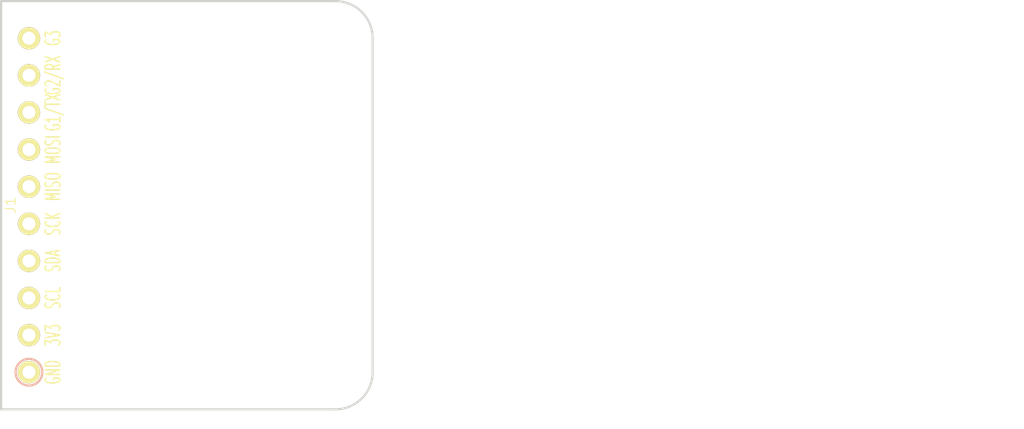
<source format=kicad_pcb>
(kicad_pcb (version 4) (host pcbnew 0.201507310902+6023~28~ubuntu14.04.1-product)

  (general
    (links 0)
    (no_connects 0)
    (area 101.524999 98.984999 127.075001 127.075001)
    (thickness 1.6)
    (drawings 14)
    (tracks 0)
    (zones 0)
    (modules 1)
    (nets 11)
  )

  (page A4)
  (layers
    (0 F.Cu signal)
    (31 B.Cu signal)
    (32 B.Adhes user)
    (33 F.Adhes user)
    (34 B.Paste user)
    (35 F.Paste user)
    (36 B.SilkS user)
    (37 F.SilkS user)
    (38 B.Mask user)
    (39 F.Mask user)
    (40 Dwgs.User user)
    (41 Cmts.User user)
    (42 Eco1.User user)
    (43 Eco2.User user)
    (44 Edge.Cuts user)
    (45 Margin user)
    (46 B.CrtYd user)
    (47 F.CrtYd user)
    (48 B.Fab user)
    (49 F.Fab user)
  )

  (setup
    (last_trace_width 0.2032)
    (trace_clearance 0.2032)
    (zone_clearance 0.508)
    (zone_45_only no)
    (trace_min 0.2)
    (segment_width 0.2)
    (edge_width 0.15)
    (via_size 0.635)
    (via_drill 0.381)
    (via_min_size 0.4)
    (via_min_drill 0.3)
    (uvia_size 0.3)
    (uvia_drill 0.1)
    (uvias_allowed no)
    (uvia_min_size 0)
    (uvia_min_drill 0)
    (pcb_text_width 0.3)
    (pcb_text_size 1.5 1.5)
    (mod_edge_width 0.15)
    (mod_text_size 1 1)
    (mod_text_width 0.15)
    (pad_size 1.524 1.524)
    (pad_drill 0.762)
    (pad_to_mask_clearance 0.2)
    (aux_axis_origin 0 0)
    (visible_elements FFFFFF7F)
    (pcbplotparams
      (layerselection 0x00030_80000001)
      (usegerberextensions false)
      (excludeedgelayer true)
      (linewidth 0.100000)
      (plotframeref false)
      (viasonmask false)
      (mode 1)
      (useauxorigin false)
      (hpglpennumber 1)
      (hpglpenspeed 20)
      (hpglpendiameter 15)
      (hpglpenoverlay 2)
      (psnegative false)
      (psa4output false)
      (plotreference true)
      (plotvalue true)
      (plotinvisibletext false)
      (padsonsilk false)
      (subtractmaskfromsilk false)
      (outputformat 1)
      (mirror false)
      (drillshape 1)
      (scaleselection 1)
      (outputdirectory ""))
  )

  (net 0 "")
  (net 1 GND)
  (net 2 +3V3)
  (net 3 "Net-(J1-Pad3)")
  (net 4 "Net-(J1-Pad4)")
  (net 5 "Net-(J1-Pad5)")
  (net 6 "Net-(J1-Pad6)")
  (net 7 "Net-(J1-Pad7)")
  (net 8 "Net-(J1-Pad8)")
  (net 9 "Net-(J1-Pad9)")
  (net 10 "Net-(J1-Pad10)")

  (net_class Default "This is the default net class."
    (clearance 0.2032)
    (trace_width 0.2032)
    (via_dia 0.635)
    (via_drill 0.381)
    (uvia_dia 0.3)
    (uvia_drill 0.1)
    (add_net +3V3)
    (add_net GND)
    (add_net "Net-(J1-Pad10)")
    (add_net "Net-(J1-Pad3)")
    (add_net "Net-(J1-Pad4)")
    (add_net "Net-(J1-Pad5)")
    (add_net "Net-(J1-Pad6)")
    (add_net "Net-(J1-Pad7)")
    (add_net "Net-(J1-Pad8)")
    (add_net "Net-(J1-Pad9)")
  )

  (module tm-kicad-lib:MODULE_HEADER_MODULE (layer F.Cu) (tedit 55C06A83) (tstamp 55C06A5D)
    (at 103.505 113.03 90)
    (path /55C071A6)
    (fp_text reference J1 (at 0 -1.27 90) (layer F.SilkS)
      (effects (font (size 0.7 0.7) (thickness 0.07)))
    )
    (fp_text value MODULE_HEADER (at -13.97 0 90) (layer F.SilkS) hide
      (effects (font (size 1 1) (thickness 0.1)))
    )
    (fp_circle (center -11.43 0) (end -10.668 -0.508) (layer B.SilkS) (width 0.15))
    (fp_circle (center -11.43 0) (end -10.668 -0.508) (layer F.SilkS) (width 0.15))
    (fp_text user G3 (at 11.43 1.651 90) (layer F.SilkS)
      (effects (font (size 1 0.55) (thickness 0.1)))
    )
    (fp_text user G2/RX (at 8.89 1.651 90) (layer F.SilkS)
      (effects (font (size 1 0.55) (thickness 0.1)))
    )
    (fp_text user G1/TX (at 6.35 1.651 90) (layer F.SilkS)
      (effects (font (size 1 0.55) (thickness 0.1)))
    )
    (fp_text user MOSI (at 3.81 1.651 90) (layer F.SilkS)
      (effects (font (size 1 0.55) (thickness 0.1)))
    )
    (fp_text user MISO (at 1.27 1.651 90) (layer F.SilkS)
      (effects (font (size 1 0.55) (thickness 0.1)))
    )
    (fp_text user SCK (at -1.27 1.651 90) (layer F.SilkS)
      (effects (font (size 1 0.55) (thickness 0.1)))
    )
    (fp_text user SDA (at -3.81 1.651 90) (layer F.SilkS)
      (effects (font (size 1 0.55) (thickness 0.1)))
    )
    (fp_text user SCL (at -6.35 1.651 90) (layer F.SilkS)
      (effects (font (size 1 0.55) (thickness 0.1)))
    )
    (fp_text user 3V3 (at -8.89 1.651 90) (layer F.SilkS)
      (effects (font (size 1 0.55) (thickness 0.1)))
    )
    (fp_text user GND (at -11.43 1.651 90) (layer F.SilkS)
      (effects (font (size 1 0.55) (thickness 0.1)))
    )
    (pad 1 thru_hole circle (at -11.43 0 90) (size 1.524 1.524) (drill 0.889) (layers *.Cu *.Mask F.SilkS)
      (net 1 GND))
    (pad 2 thru_hole circle (at -8.89 0 90) (size 1.524 1.524) (drill 0.889) (layers *.Cu *.Mask F.SilkS)
      (net 2 +3V3))
    (pad 3 thru_hole circle (at -6.35 0 90) (size 1.524 1.524) (drill 0.889) (layers *.Cu *.Mask F.SilkS)
      (net 3 "Net-(J1-Pad3)"))
    (pad 4 thru_hole circle (at -3.81 0 90) (size 1.524 1.524) (drill 0.889) (layers *.Cu *.Mask F.SilkS)
      (net 4 "Net-(J1-Pad4)"))
    (pad 5 thru_hole circle (at -1.27 0 90) (size 1.524 1.524) (drill 0.889) (layers *.Cu *.Mask F.SilkS)
      (net 5 "Net-(J1-Pad5)"))
    (pad 6 thru_hole circle (at 1.27 0 90) (size 1.524 1.524) (drill 0.889) (layers *.Cu *.Mask F.SilkS)
      (net 6 "Net-(J1-Pad6)"))
    (pad 7 thru_hole circle (at 3.81 0 90) (size 1.524 1.524) (drill 0.889) (layers *.Cu *.Mask F.SilkS)
      (net 7 "Net-(J1-Pad7)"))
    (pad 8 thru_hole circle (at 6.35 0 90) (size 1.524 1.524) (drill 0.889) (layers *.Cu *.Mask F.SilkS)
      (net 8 "Net-(J1-Pad8)"))
    (pad 9 thru_hole circle (at 8.89 0 90) (size 1.524 1.524) (drill 0.889) (layers *.Cu *.Mask F.SilkS)
      (net 9 "Net-(J1-Pad9)"))
    (pad 10 thru_hole circle (at 11.43 0 90) (size 1.524 1.524) (drill 0.889) (layers *.Cu *.Mask F.SilkS)
      (net 10 "Net-(J1-Pad10)"))
  )

  (gr_line (start 171.45 127) (end 171.45 128.27) (layer Dwgs.User) (width 0.2) (tstamp 55C06A09))
  (gr_line (start 158.75 127) (end 158.75 128.27) (layer Dwgs.User) (width 0.2) (tstamp 55C06A08))
  (gr_line (start 152.4 127) (end 152.4 128.27) (layer Dwgs.User) (width 0.2) (tstamp 55C06A07))
  (gr_line (start 165.1 127) (end 165.1 128.27) (layer Dwgs.User) (width 0.2) (tstamp 55C06A06))
  (gr_line (start 146.05 127) (end 146.05 128.27) (layer Dwgs.User) (width 0.2) (tstamp 55C06A02))
  (gr_line (start 139.7 127) (end 139.7 128.27) (layer Dwgs.User) (width 0.2) (tstamp 55C06A01))
  (gr_line (start 133.35 127) (end 133.35 128.27) (layer Dwgs.User) (width 0.2) (tstamp 55C069F8))
  (gr_line (start 127 127) (end 127 128.27) (layer Dwgs.User) (width 0.2))
  (gr_arc (start 124.46 101.6) (end 124.46 99.06) (angle 90) (layer Edge.Cuts) (width 0.15))
  (gr_arc (start 124.46 124.46) (end 127 124.46) (angle 90) (layer Edge.Cuts) (width 0.15))
  (gr_line (start 124.46 127) (end 101.6 127) (layer Edge.Cuts) (width 0.15))
  (gr_line (start 127 101.6) (end 127 124.46) (layer Edge.Cuts) (width 0.15))
  (gr_line (start 101.6 99.06) (end 124.46 99.06) (layer Edge.Cuts) (width 0.15))
  (gr_line (start 101.6 127) (end 101.6 99.06) (layer Edge.Cuts) (width 0.15))

)

</source>
